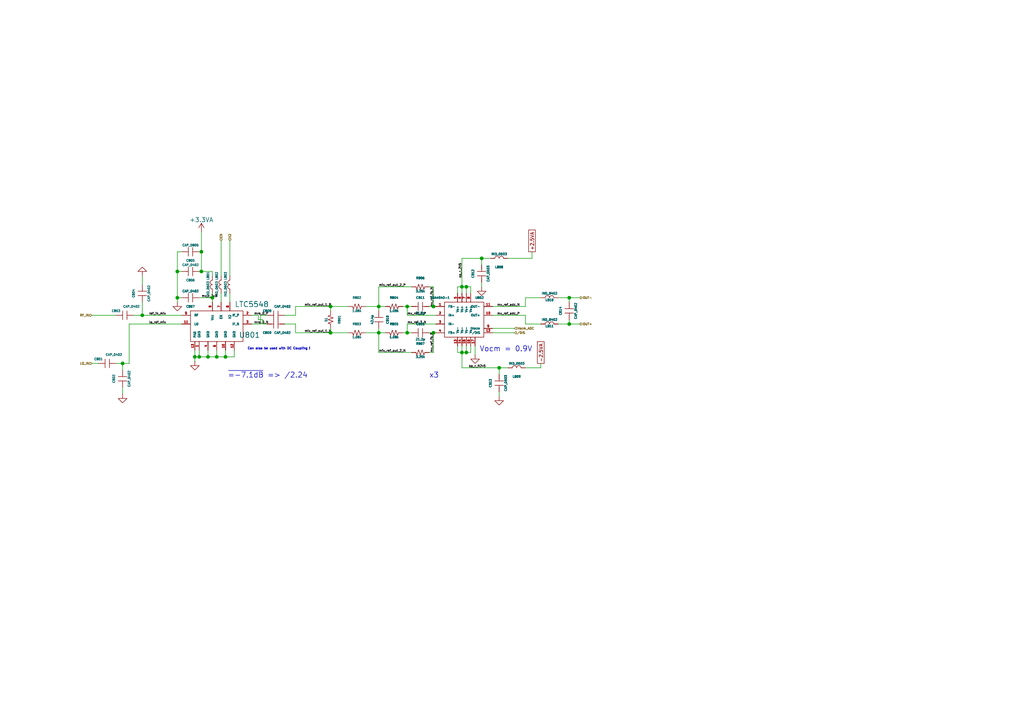
<source format=kicad_sch>
(kicad_sch (version 20211123) (generator eeschema)
  (paper "A4")
  (lib_symbols
    (symbol "adccore-rescue:+3.3VA" (power) (pin_names (offset 0))
      (property "Value" "+3.3VA" (at 0 3.556 0))
      (symbol "+3.3VA_0_1"
        (polyline (pts (xy -0.762 1.27) (xy 0 2.54)))
        (polyline (pts (xy 0 0) (xy 0 2.54)))
        (polyline (pts (xy 0 2.54) (xy 0.762 1.27)))
      )
      (symbol "+3.3VA_1_1"
        (pin power_in line (at 0 0 90) (length 0) hide (name "+3.3VA") (number "1"))
      )
    )
    (symbol "adccore-rescue:ADA4940-1" (pin_names (offset 1.016))
      (property "Reference" "U" (at 7.62 6.35 0))
      (property "Value" "ADA4940-1" (at -3.81 6.35 0))
      (symbol "ADA4940-1_0_1"
        (rectangle (start -2.54 5.08) (end 8.89 -5.08))
      )
      (symbol "ADA4940-1_1_1"
        (pin output line (at -5.08 3.81 0) (length 2.54) (name "FB-") (number "1"))
        (pin output line (at 11.43 1.27 180) (length 2.54) (name "OUT+") (number "10"))
        (pin output line (at 11.43 3.81 180) (length 2.54) (name "OUT-") (number "11"))
        (pin input line (at 11.43 -3.81 180) (length 2.54) (name "/DIS") (number "12"))
        (pin power_in line (at 1.27 -7.62 90) (length 2.54) (name "Vs-") (number "13"))
        (pin power_in line (at 2.54 -7.62 90) (length 2.54) (name "Vs-") (number "14"))
        (pin power_in line (at 3.81 -7.62 90) (length 2.54) (name "Vs-") (number "15"))
        (pin power_in line (at 5.08 -7.62 90) (length 2.54) (name "Vs-") (number "16"))
        (pin power_in line (at 6.35 -7.62 90) (length 2.54) (name "~") (number "17"))
        (pin input line (at -5.08 1.27 0) (length 2.54) (name "IN+") (number "2"))
        (pin input line (at -5.08 -1.27 0) (length 2.54) (name "IN-") (number "3"))
        (pin output line (at -5.08 -3.81 0) (length 2.54) (name "FB+") (number "4"))
        (pin power_in line (at 1.27 7.62 270) (length 2.54) (name "Vs+") (number "5"))
        (pin power_in line (at 2.54 7.62 270) (length 2.54) (name "Vs+") (number "6"))
        (pin power_in line (at 3.81 7.62 270) (length 2.54) (name "Vs+") (number "7"))
        (pin power_in line (at 5.08 7.62 270) (length 2.54) (name "Vs+") (number "8"))
        (pin input line (at 11.43 -2.54 180) (length 2.54) (name "Vocm") (number "9"))
      )
    )
    (symbol "adccore-rescue:CAP_0402" (pin_numbers hide) (pin_names (offset 0) hide)
      (property "Reference" "C" (at 0 -2.54 0))
      (property "Value" "CAP_0402" (at 0 1.905 0))
      (symbol "CAP_0402_0_1"
        (polyline (pts (xy -1.27 0) (xy -0.635 0)))
        (polyline (pts (xy -0.635 -1.27) (xy -0.635 1.27)))
        (polyline (pts (xy 0.635 -1.27) (xy 0.635 -0.635)))
        (polyline (pts (xy 0.635 0.635) (xy 0.635 -0.635)))
        (polyline (pts (xy 0.635 1.27) (xy 0.635 0.635)))
        (polyline (pts (xy 1.27 0) (xy 0.635 0)))
      )
      (symbol "CAP_0402_1_1"
        (pin passive line (at -2.54 0 0) (length 1.27) (name "~") (number "1"))
        (pin passive line (at 2.54 0 180) (length 1.27) (name "~") (number "2"))
      )
    )
    (symbol "adccore-rescue:CAP_0603" (pin_numbers hide) (pin_names (offset 0) hide)
      (property "Reference" "C" (at 0 -2.54 0))
      (property "Value" "CAP_0603" (at 0 1.905 0))
      (symbol "CAP_0603_0_1"
        (polyline (pts (xy -1.27 0) (xy -0.635 0)))
        (polyline (pts (xy -0.635 -1.27) (xy -0.635 1.27)))
        (polyline (pts (xy 0.635 -1.27) (xy 0.635 -0.635)))
        (polyline (pts (xy 0.635 0.635) (xy 0.635 -0.635)))
        (polyline (pts (xy 0.635 1.27) (xy 0.635 0.635)))
        (polyline (pts (xy 1.27 0) (xy 0.635 0)))
      )
      (symbol "CAP_0603_1_1"
        (pin passive line (at -2.54 0 0) (length 1.27) (name "~") (number "1"))
        (pin passive line (at 2.54 0 180) (length 1.27) (name "~") (number "2"))
      )
    )
    (symbol "adccore-rescue:CAP_0805" (pin_numbers hide) (pin_names (offset 0) hide)
      (property "Reference" "C" (at 0 -2.54 0))
      (property "Value" "CAP_0805" (at 0 1.905 0))
      (symbol "CAP_0805_0_1"
        (polyline (pts (xy -1.27 0) (xy -0.635 0)))
        (polyline (pts (xy -0.635 -1.27) (xy -0.635 1.27)))
        (polyline (pts (xy 0.635 -1.27) (xy 0.635 -0.635)))
        (polyline (pts (xy 0.635 0.635) (xy 0.635 -0.635)))
        (polyline (pts (xy 0.635 1.27) (xy 0.635 0.635)))
        (polyline (pts (xy 1.27 0) (xy 0.635 0)))
      )
      (symbol "CAP_0805_1_1"
        (pin passive line (at -2.54 0 0) (length 1.27) (name "~") (number "1"))
        (pin passive line (at 2.54 0 180) (length 1.27) (name "~") (number "2"))
      )
    )
    (symbol "adccore-rescue:GND" (power) (pin_names (offset 0))
      (property "Value" "GND" (at 0 -3.81 0))
      (symbol "GND_0_1"
        (polyline (pts (xy 0 0) (xy 0 -1.27) (xy 1.27 -1.27) (xy 0 -2.54) (xy -1.27 -1.27) (xy 0 -1.27)))
      )
      (symbol "GND_1_1"
        (pin power_in line (at 0 0 270) (length 0) hide (name "GND") (number "1"))
      )
    )
    (symbol "adccore-rescue:IND_0402" (pin_numbers hide) (pin_names (offset 0) hide)
      (property "Reference" "L" (at 0 -2.54 0))
      (property "Value" "IND_0402" (at 0 1.27 0))
      (symbol "IND_0402_0_1"
        (arc (start 0 0) (mid -0.635 0.635) (end -1.27 0))
        (arc (start 1.27 0) (mid 0.635 0.635) (end 0 0))
      )
      (symbol "IND_0402_1_1"
        (pin passive line (at -2.54 0 0) (length 1.27) (name "~") (number "1"))
        (pin passive line (at 2.54 0 180) (length 1.27) (name "~") (number "2"))
      )
    )
    (symbol "adccore-rescue:IND_0603" (pin_numbers hide) (pin_names (offset 0) hide)
      (property "Reference" "L" (at 0 -2.54 0))
      (property "Value" "IND_0603" (at 0 1.27 0))
      (symbol "IND_0603_0_1"
        (arc (start 0 0) (mid -0.635 0.635) (end -1.27 0))
        (arc (start 1.27 0) (mid 0.635 0.635) (end 0 0))
      )
      (symbol "IND_0603_1_1"
        (pin passive line (at -2.54 0 0) (length 1.27) (name "~") (number "1"))
        (pin passive line (at 2.54 0 180) (length 1.27) (name "~") (number "2"))
      )
    )
    (symbol "adccore-rescue:LTC5548" (pin_names (offset 1.016))
      (property "Reference" "U" (at 0 -16.51 0))
      (property "Value" "LTC5548" (at 0 -13.97 0))
      (symbol "LTC5548_0_1"
        (rectangle (start -7.62 1.27) (end 7.62 -7.62))
      )
      (symbol "LTC5548_1_1"
        (pin power_in line (at -5.08 -10.16 90) (length 2.54) (name "GND") (number "1"))
        (pin power_in line (at 2.54 -10.16 90) (length 2.54) (name "GND") (number "10"))
        (pin input line (at -10.16 -2.54 0) (length 2.54) (name "LO") (number "11"))
        (pin power_in line (at 5.08 -10.16 90) (length 2.54) (name "GND") (number "12"))
        (pin power_in line (at -6.35 -10.16 90) (length 2.54) (name "PAD") (number "13"))
        (pin bidirectional line (at 10.16 0 180) (length 2.54) (name "IF_P") (number "2"))
        (pin bidirectional line (at 10.16 -2.54 180) (length 2.54) (name "IF_N") (number "3"))
        (pin power_in line (at -2.54 -10.16 90) (length 2.54) (name "GND") (number "4"))
        (pin bidirectional line (at -10.16 0 0) (length 2.54) (name "RF") (number "5"))
        (pin power_in line (at 0 -10.16 90) (length 2.54) (name "GND") (number "6"))
        (pin input line (at 1.27 3.81 270) (length 2.54) (name "EN") (number "7"))
        (pin input line (at 3.81 3.81 270) (length 2.54) (name "X2") (number "8"))
        (pin power_in line (at -1.27 3.81 270) (length 2.54) (name "Vcc") (number "9"))
      )
    )
    (symbol "adccore-rescue:RES_0402" (pin_numbers hide) (pin_names (offset 0) hide)
      (property "Reference" "R" (at 0 -2.54 0))
      (property "Value" "RES_0402" (at 0 1.27 0))
      (symbol "RES_0402_0_1"
        (polyline (pts (xy -1.27 0) (xy -1.016 0.762) (xy -0.508 -0.762) (xy 0 0.762) (xy 0.508 -0.762) (xy 1.016 0.762) (xy 1.27 0)))
      )
      (symbol "RES_0402_1_1"
        (pin input line (at -2.54 0 0) (length 1.27) (name "1") (number "1"))
        (pin input line (at 2.54 0 180) (length 1.27) (name "2") (number "2"))
      )
    )
  )
  (junction (at 125.73 96.52))
  (junction (at 65.405 103.505))
  (junction (at 35.56 105.41))
  (junction (at 109.855 88.9))
  (junction (at 165.1 86.36))
  (junction (at 95.885 96.52))
  (junction (at 56.515 103.505))
  (junction (at 125.73 88.9))
  (junction (at 61.595 86.36))
  (junction (at 118.11 96.52))
  (junction (at 95.885 88.9))
  (junction (at 133.985 83.185))
  (junction (at 51.435 86.36))
  (junction (at 60.325 103.505))
  (junction (at 133.985 102.235))
  (junction (at 135.255 102.235))
  (junction (at 58.42 78.74))
  (junction (at 57.785 103.505))
  (junction (at 139.7 74.93))
  (junction (at 165.1 93.98))
  (junction (at 62.865 103.505))
  (junction (at 109.855 96.52))
  (junction (at 144.78 106.68))
  (junction (at 58.42 73.025))
  (junction (at 135.255 83.185))
  (junction (at 41.275 91.44))
  (junction (at 118.11 88.9))
  (junction (at 51.435 78.74))
  (wire (pts (xy 132.715 102.235) (xy 133.985 102.235)))
  (wire (pts (xy 154.305 74.93) (xy 154.305 73.025)))
  (wire (pts (xy 118.11 91.44) (xy 118.11 88.9)))
  (wire (pts (xy 85.725 88.9) (xy 95.885 88.9)))
  (wire (pts (xy 95.885 96.52) (xy 100.965 96.52)))
  (wire (pts (xy 152.4 88.9) (xy 152.4 86.36)))
  (wire (pts (xy 125.73 102.235) (xy 124.46 102.235)))
  (wire (pts (xy 57.785 73.025) (xy 58.42 73.025)))
  (wire (pts (xy 109.855 96.52) (xy 111.76 96.52)))
  (wire (pts (xy 139.7 74.93) (xy 142.24 74.93)))
  (wire (pts (xy 132.715 85.09) (xy 132.715 83.185)))
  (wire (pts (xy 133.985 83.185) (xy 135.255 83.185)))
  (wire (pts (xy 126.365 96.52) (xy 125.73 96.52)))
  (wire (pts (xy 76.2 93.98) (xy 76.2 92.71)))
  (wire (pts (xy 57.785 101.6) (xy 57.785 103.505)))
  (wire (pts (xy 82.55 93.98) (xy 85.725 93.98)))
  (wire (pts (xy 58.42 78.74) (xy 61.595 78.74)))
  (wire (pts (xy 61.595 85.09) (xy 61.595 86.36)))
  (wire (pts (xy 62.865 103.505) (xy 65.405 103.505)))
  (wire (pts (xy 109.855 88.9) (xy 109.855 90.17)))
  (wire (pts (xy 109.855 95.25) (xy 109.855 96.52)))
  (wire (pts (xy 58.42 73.025) (xy 58.42 78.74)))
  (wire (pts (xy 118.11 96.52) (xy 116.84 96.52)))
  (wire (pts (xy 75.565 91.44) (xy 77.47 91.44)))
  (wire (pts (xy 37.465 105.41) (xy 35.56 105.41)))
  (wire (pts (xy 65.405 103.505) (xy 65.405 101.6)))
  (wire (pts (xy 109.855 96.52) (xy 109.855 102.235)))
  (wire (pts (xy 57.785 78.74) (xy 58.42 78.74)))
  (wire (pts (xy 161.925 86.36) (xy 165.1 86.36)))
  (wire (pts (xy 144.78 106.68) (xy 147.32 106.68)))
  (wire (pts (xy 132.715 83.185) (xy 133.985 83.185)))
  (wire (pts (xy 139.7 81.915) (xy 139.7 83.185)))
  (wire (pts (xy 56.515 103.505) (xy 57.785 103.505)))
  (wire (pts (xy 61.595 86.36) (xy 61.595 87.63)))
  (wire (pts (xy 76.2 92.71) (xy 74.93 92.71)))
  (wire (pts (xy 109.855 102.235) (xy 119.38 102.235)))
  (wire (pts (xy 41.275 87.63) (xy 41.275 91.44)))
  (wire (pts (xy 60.325 103.505) (xy 62.865 103.505)))
  (wire (pts (xy 126.365 93.98) (xy 118.11 93.98)))
  (wire (pts (xy 152.4 86.36) (xy 156.845 86.36)))
  (wire (pts (xy 35.56 107.315) (xy 35.56 105.41)))
  (wire (pts (xy 95.885 88.9) (xy 100.965 88.9)))
  (wire (pts (xy 135.255 83.185) (xy 136.525 83.185)))
  (wire (pts (xy 133.985 74.93) (xy 139.7 74.93)))
  (wire (pts (xy 144.78 108.585) (xy 144.78 106.68)))
  (wire (pts (xy 66.675 85.09) (xy 66.675 87.63)))
  (wire (pts (xy 64.135 85.09) (xy 64.135 87.63)))
  (wire (pts (xy 133.985 100.33) (xy 133.985 102.235)))
  (wire (pts (xy 109.855 83.185) (xy 109.855 88.9)))
  (wire (pts (xy 77.47 93.98) (xy 76.2 93.98)))
  (wire (pts (xy 41.275 91.44) (xy 52.705 91.44)))
  (wire (pts (xy 165.1 93.98) (xy 165.1 92.71)))
  (wire (pts (xy 35.56 105.41) (xy 33.655 105.41)))
  (wire (pts (xy 142.875 88.9) (xy 152.4 88.9)))
  (wire (pts (xy 67.945 103.505) (xy 67.945 101.6)))
  (wire (pts (xy 41.275 80.01) (xy 41.275 82.55)))
  (wire (pts (xy 152.4 93.98) (xy 156.845 93.98)))
  (wire (pts (xy 125.73 96.52) (xy 125.73 102.235)))
  (wire (pts (xy 75.565 93.98) (xy 75.565 91.44)))
  (wire (pts (xy 142.875 95.25) (xy 149.225 95.25)))
  (wire (pts (xy 95.885 90.17) (xy 95.885 88.9)))
  (wire (pts (xy 133.985 106.68) (xy 144.78 106.68)))
  (wire (pts (xy 58.42 67.31) (xy 58.42 73.025)))
  (wire (pts (xy 136.525 83.185) (xy 136.525 85.09)))
  (wire (pts (xy 37.465 93.98) (xy 37.465 105.41)))
  (wire (pts (xy 38.735 91.44) (xy 41.275 91.44)))
  (wire (pts (xy 165.1 93.98) (xy 168.275 93.98)))
  (wire (pts (xy 165.1 86.36) (xy 165.1 87.63)))
  (wire (pts (xy 156.845 105.41) (xy 156.845 106.68)))
  (wire (pts (xy 51.435 78.74) (xy 51.435 86.36)))
  (wire (pts (xy 85.725 96.52) (xy 95.885 96.52)))
  (wire (pts (xy 147.32 74.93) (xy 154.305 74.93)))
  (wire (pts (xy 118.11 88.9) (xy 119.38 88.9)))
  (wire (pts (xy 52.705 86.36) (xy 51.435 86.36)))
  (wire (pts (xy 65.405 103.505) (xy 67.945 103.505)))
  (wire (pts (xy 125.73 96.52) (xy 124.46 96.52)))
  (wire (pts (xy 95.885 95.25) (xy 95.885 96.52)))
  (wire (pts (xy 26.67 105.41) (xy 28.575 105.41)))
  (wire (pts (xy 106.045 96.52) (xy 109.855 96.52)))
  (wire (pts (xy 139.7 76.835) (xy 139.7 74.93)))
  (wire (pts (xy 73.025 93.98) (xy 75.565 93.98)))
  (wire (pts (xy 64.135 69.85) (xy 64.135 80.01)))
  (wire (pts (xy 62.865 103.505) (xy 62.865 101.6)))
  (wire (pts (xy 125.73 88.9) (xy 125.73 83.185)))
  (wire (pts (xy 119.38 96.52) (xy 118.11 96.52)))
  (wire (pts (xy 142.875 96.52) (xy 149.225 96.52)))
  (wire (pts (xy 132.715 100.33) (xy 132.715 102.235)))
  (wire (pts (xy 61.595 78.74) (xy 61.595 80.01)))
  (wire (pts (xy 106.045 88.9) (xy 109.855 88.9)))
  (wire (pts (xy 137.795 102.87) (xy 137.795 100.33)))
  (wire (pts (xy 52.705 73.025) (xy 51.435 73.025)))
  (wire (pts (xy 124.46 88.9) (xy 125.73 88.9)))
  (wire (pts (xy 57.785 103.505) (xy 60.325 103.505)))
  (wire (pts (xy 82.55 91.44) (xy 85.725 91.44)))
  (wire (pts (xy 51.435 86.36) (xy 51.435 87.63)))
  (wire (pts (xy 74.93 92.71) (xy 74.93 91.44)))
  (wire (pts (xy 119.38 83.185) (xy 109.855 83.185)))
  (wire (pts (xy 60.325 103.505) (xy 60.325 101.6)))
  (wire (pts (xy 165.1 86.36) (xy 168.275 86.36)))
  (wire (pts (xy 52.705 78.74) (xy 51.435 78.74)))
  (wire (pts (xy 118.11 93.98) (xy 118.11 96.52)))
  (wire (pts (xy 125.73 88.9) (xy 126.365 88.9)))
  (wire (pts (xy 35.56 112.395) (xy 35.56 114.3)))
  (wire (pts (xy 125.73 83.185) (xy 124.46 83.185)))
  (wire (pts (xy 133.985 102.235) (xy 133.985 106.68)))
  (wire (pts (xy 133.985 83.185) (xy 133.985 85.09)))
  (wire (pts (xy 152.4 91.44) (xy 152.4 93.98)))
  (wire (pts (xy 85.725 93.98) (xy 85.725 96.52)))
  (wire (pts (xy 56.515 103.505) (xy 56.515 104.775)))
  (wire (pts (xy 133.985 102.235) (xy 135.255 102.235)))
  (wire (pts (xy 85.725 91.44) (xy 85.725 88.9)))
  (wire (pts (xy 126.365 91.44) (xy 118.11 91.44)))
  (wire (pts (xy 74.93 91.44) (xy 73.025 91.44)))
  (wire (pts (xy 135.255 102.235) (xy 136.525 102.235)))
  (wire (pts (xy 135.255 102.235) (xy 135.255 100.33)))
  (wire (pts (xy 156.845 106.68) (xy 152.4 106.68)))
  (wire (pts (xy 135.255 83.185) (xy 135.255 85.09)))
  (wire (pts (xy 37.465 93.98) (xy 52.705 93.98)))
  (wire (pts (xy 57.785 86.36) (xy 61.595 86.36)))
  (wire (pts (xy 144.78 113.665) (xy 144.78 114.935)))
  (wire (pts (xy 51.435 73.025) (xy 51.435 78.74)))
  (wire (pts (xy 136.525 102.235) (xy 136.525 100.33)))
  (wire (pts (xy 56.515 101.6) (xy 56.515 103.505)))
  (wire (pts (xy 66.675 69.85) (xy 66.675 80.01)))
  (wire (pts (xy 142.875 91.44) (xy 152.4 91.44)))
  (wire (pts (xy 109.855 88.9) (xy 111.76 88.9)))
  (wire (pts (xy 26.67 91.44) (xy 33.655 91.44)))
  (wire (pts (xy 161.925 93.98) (xy 165.1 93.98)))
  (wire (pts (xy 133.985 74.93) (xy 133.985 83.185)))
  (wire (pts (xy 116.84 88.9) (xy 118.11 88.9)))
  (text "Vocm = 0.9V" (at 139.065 102.235 0) (effects (font (size 1.524 1.524)) (justify left bottom)))
  (text "Can also be used with DC Coupling !" (at 71.755 101.6 0) (effects (font (size 0.635 0.635)) (justify left bottom)))
  (text "x3" (at 124.46 109.855 0) (effects (font (size 1.524 1.524)) (justify left bottom)))
  (text "~{=-7.1dB} => /2.24" (at 66.04 109.855 0) (effects (font (size 1.524 1.524)) (justify left bottom)))
  (label "op_r_2V5" (at 133.985 80.645 90) (effects (font (size 0.635 0.635))))
  (label "mx_ref_adc_N" (at 144.145 88.9 0) (effects (font (size 0.635 0.635))))
  (label "mro_0_P" (at 73.66 91.44 0) (effects (font (size 0.635 0.635))))
  (label "mx_ref_3_P" (at 118.11 91.44 0) (effects (font (size 0.635 0.635))))
  (label "mix_ref_out_2_P" (at 109.855 83.185 0) (effects (font (size 0.635 0.635))))
  (label "ref_in_mix" (at 43.18 91.44 0) (effects (font (size 0.635 0.635))))
  (label "mx_ref_fb_N" (at 125.73 83.185 270) (effects (font (size 0.635 0.635))))
  (label "mix_ref_out_2_N" (at 109.855 102.235 0) (effects (font (size 0.635 0.635))))
  (label "mx_ref_3_N" (at 118.11 93.98 0) (effects (font (size 0.635 0.635))))
  (label "mro_0_N" (at 73.66 93.98 0) (effects (font (size 0.635 0.635))))
  (label "op_r_N2v5" (at 135.89 106.68 0) (effects (font (size 0.635 0.635))))
  (label "mix_ref_out_1_P" (at 88.265 88.9 0) (effects (font (size 0.635 0.635))))
  (label "mx_r_3v3" (at 58.42 86.36 0) (effects (font (size 0.635 0.635))))
  (label "mx_ref_fb_P" (at 125.73 102.235 90) (effects (font (size 0.635 0.635))))
  (label "mix_ref_out_1_N" (at 88.265 96.52 0) (effects (font (size 0.635 0.635))))
  (label "mx_ref_adc_P" (at 144.145 91.44 0) (effects (font (size 0.635 0.635))))
  (label "lo_ref_mix" (at 43.18 93.98 0) (effects (font (size 0.635 0.635))))
  (global_label "-2.5VA" (shape passive) (at 156.845 105.41 90) (effects (font (size 0.9906 0.9906))) (property "Références Inter-Feuilles" "${INTERSHEET_REFS}" (effects hide)))
  (global_label "+2.5VA" (shape passive) (at 154.305 73.025 90) (effects (font (size 0.9906 0.9906))) (property "Références Inter-Feuilles" "${INTERSHEET_REFS}" (effects hide)))
  (hierarchical_label "X2" (shape input) (at 66.675 69.85 90) (effects (font (size 0.635 0.635))))
  (hierarchical_label "EN" (shape input) (at 64.135 69.85 90) (effects (font (size 0.635 0.635))))
  (hierarchical_label "Vocm_ADC" (shape input) (at 149.225 95.25 0) (effects (font (size 0.635 0.635))))
  (hierarchical_label "LO_IN" (shape input) (at 26.67 105.41 180) (effects (font (size 0.635 0.635))))
  (hierarchical_label "/DIS" (shape input) (at 149.225 96.52 0) (effects (font (size 0.635 0.635))))
  (hierarchical_label "RF_IN" (shape input) (at 26.67 91.44 180) (effects (font (size 0.635 0.635))))
  (hierarchical_label "OUT+" (shape output) (at 168.275 93.98 0) (effects (font (size 0.635 0.635))))
  (hierarchical_label "OUT-" (shape output) (at 168.275 86.36 0) (effects (font (size 0.635 0.635))))
  (symbol (lib_id "adccore-rescue:CAP_0402") (at 80.01 91.44 0) (unit 1)
    (property "Reference" "C808" (at 77.47 90.17 0) (effects (font (size 0.635 0.635))))
    (property "Value" "CAP_0402" (at 81.915 88.9 0) (effects (font (size 0.635 0.635))))
    (property "Footprint" "SM0402" (effects hide))
  )
  (symbol (lib_id "adccore-rescue:CAP_0402") (at 80.01 93.98 0) (unit 1)
    (property "Reference" "C809" (at 77.47 96.52 0) (effects (font (size 0.635 0.635))))
    (property "Value" "CAP_0402" (at 81.915 96.52 0) (effects (font (size 0.635 0.635))))
    (property "Footprint" "SM0402" (effects hide))
  )
  (symbol (lib_id "adccore-rescue:CAP_0402") (at 36.195 91.44 0) (unit 1)
    (property "Reference" "C803" (at 33.655 90.17 0) (effects (font (size 0.635 0.635))))
    (property "Value" "CAP_0402" (at 38.1 88.9 0) (effects (font (size 0.635 0.635))))
    (property "Footprint" "SM0402" (effects hide))
  )
  (symbol (lib_id "adccore-rescue:IND_0603") (at 61.595 82.55 90) (unit 1)
    (property "Reference" "L801" (at 60.325 80.01 0) (effects (font (size 0.635 0.635))))
    (property "Value" "IND_0603" (at 60.325 83.82 0) (effects (font (size 0.635 0.635))))
    (property "Footprint" "SM0603" (effects hide))
  )
  (symbol (lib_id "adccore-rescue:IND_0603") (at 66.675 82.55 90) (unit 1)
    (property "Reference" "L803" (at 65.405 80.01 0) (effects (font (size 0.635 0.635))))
    (property "Value" "IND_0603" (at 65.405 83.82 0) (effects (font (size 0.635 0.635))))
    (property "Footprint" "SM0603" (effects hide))
  )
  (symbol (lib_id "adccore-rescue:CAP_0402") (at 35.56 109.855 270) (unit 1)
    (property "Reference" "C802" (at 33.02 109.855 0) (effects (font (size 0.635 0.635))))
    (property "Value" "CAP_0402" (at 37.465 109.855 0) (effects (font (size 0.635 0.635))))
    (property "Footprint" "SM0402" (effects hide))
  )
  (symbol (lib_id "adccore-rescue:ADA4940-1") (at 131.445 92.71 0) (unit 1)
    (property "Reference" "U802" (at 139.065 86.36 0) (effects (font (size 0.635 0.635))))
    (property "Value" "ADA4940-1" (at 127.635 86.36 0) (effects (font (size 0.635 0.635))))
    (property "Footprint" "QFN:QFN16_3x3mm" (effects hide))
  )
  (symbol (lib_id "adccore-rescue:IND_0402") (at 159.385 86.36 0) (unit 1)
    (property "Reference" "L810" (at 159.385 86.995 0) (effects (font (size 0.635 0.635))))
    (property "Value" "IND_0402" (at 159.385 85.09 0) (effects (font (size 0.635 0.635))))
    (property "Footprint" "SM0402" (effects hide))
  )
  (symbol (lib_id "adccore-rescue:IND_0402") (at 159.385 93.98 0) (unit 1)
    (property "Reference" "L811" (at 159.385 94.615 0) (effects (font (size 0.635 0.635))))
    (property "Value" "IND_0402" (at 159.385 92.71 0) (effects (font (size 0.635 0.635))))
    (property "Footprint" "SM0402" (effects hide))
  )
  (symbol (lib_id "adccore-rescue:GND") (at 139.7 83.185 0) (unit 1)
    (property "Reference" "#PWR0216" (effects hide))
    (property "Value" "GND" (effects hide))
  )
  (symbol (lib_id "adccore-rescue:CAP_0603") (at 144.78 111.125 270) (unit 1)
    (property "Reference" "C813" (at 142.24 111.125 0) (effects (font (size 0.635 0.635))))
    (property "Value" "CAP_0603" (at 146.685 111.125 0) (effects (font (size 0.635 0.635))))
    (property "Footprint" "SM0603" (effects hide))
  )
  (symbol (lib_id "adccore-rescue:GND") (at 144.78 114.935 0) (unit 1)
    (property "Reference" "#PWR0217" (effects hide))
    (property "Value" "GND" (effects hide))
  )
  (symbol (lib_id "adccore-rescue:+3.3VA") (at 58.42 67.31 0) (unit 1)
    (property "Reference" "#PWR0218" (effects hide))
    (property "Value" "+3.3VA" (at 58.42 63.754 0))
  )
  (symbol (lib_id "adccore-rescue:LTC5548") (at 62.865 91.44 0) (unit 1)
    (property "Reference" "U801" (at 72.39 97.155 0) (effects (font (size 1.524 1.524))))
    (property "Value" "LTC5548" (at 73.025 88.265 0) (effects (font (size 1.524 1.524))))
    (property "Footprint" "QFN:QFN12_2x3mm_UDB_LT" (effects hide))
  )
  (symbol (lib_id "adccore-rescue:GND") (at 56.515 104.775 0) (unit 1)
    (property "Reference" "#PWR0212" (effects hide))
    (property "Value" "GND" (effects hide))
  )
  (symbol (lib_id "adccore-rescue:CAP_0402") (at 31.115 105.41 0) (unit 1)
    (property "Reference" "C801" (at 28.575 104.14 0) (effects (font (size 0.635 0.635))))
    (property "Value" "CAP_0402" (at 33.02 102.87 0) (effects (font (size 0.635 0.635))))
    (property "Footprint" "SM0402" (effects hide))
  )
  (symbol (lib_id "adccore-rescue:IND_0603") (at 64.135 82.55 90) (unit 1)
    (property "Reference" "L802" (at 62.865 80.01 0) (effects (font (size 0.635 0.635))))
    (property "Value" "IND_0603" (at 62.865 83.82 0) (effects (font (size 0.635 0.635))))
    (property "Footprint" "SM0603" (effects hide))
  )
  (symbol (lib_id "adccore-rescue:CAP_0402") (at 55.245 78.74 0) (unit 1)
    (property "Reference" "C806" (at 55.245 81.28 0) (effects (font (size 0.635 0.635))))
    (property "Value" "CAP_0402" (at 55.245 76.835 0) (effects (font (size 0.635 0.635))))
    (property "Footprint" "SM0402" (effects hide))
  )
  (symbol (lib_id "adccore-rescue:CAP_0402") (at 55.245 86.36 0) (unit 1)
    (property "Reference" "C807" (at 55.245 88.9 0) (effects (font (size 0.635 0.635))))
    (property "Value" "CAP_0402" (at 55.245 84.455 0) (effects (font (size 0.635 0.635))))
    (property "Footprint" "SM0402" (effects hide))
  )
  (symbol (lib_id "adccore-rescue:GND") (at 51.435 87.63 0) (unit 1)
    (property "Reference" "#PWR0213" (effects hide))
    (property "Value" "GND" (effects hide))
  )
  (symbol (lib_id "adccore-rescue:CAP_0805") (at 55.245 73.025 0) (unit 1)
    (property "Reference" "C805" (at 55.245 75.565 0) (effects (font (size 0.635 0.635))))
    (property "Value" "CAP_0805" (at 55.245 71.12 0) (effects (font (size 0.635 0.635))))
    (property "Footprint" "SM0805" (effects hide))
  )
  (symbol (lib_id "adccore-rescue:GND") (at 35.56 114.3 0) (unit 1)
    (property "Reference" "#PWR0214" (effects hide))
    (property "Value" "GND" (effects hide))
  )
  (symbol (lib_id "adccore-rescue:CAP_0402") (at 41.275 85.09 270) (unit 1)
    (property "Reference" "C804" (at 38.735 85.09 0) (effects (font (size 0.635 0.635))))
    (property "Value" "CAP_0402" (at 43.18 85.09 0) (effects (font (size 0.635 0.635))))
    (property "Footprint" "SM0402" (effects hide))
  )
  (symbol (lib_id "adccore-rescue:GND") (at 41.275 80.01 180) (unit 1)
    (property "Reference" "#PWR0215" (effects hide))
    (property "Value" "GND" (effects hide))
  )
  (symbol (lib_id "adccore-rescue:CAP_0402") (at 165.1 90.17 270) (unit 1)
    (property "Reference" "C814" (at 162.56 90.17 0) (effects (font (size 0.635 0.635))))
    (property "Value" "CAP_0402" (at 167.005 90.17 0) (effects (font (size 0.635 0.635))))
    (property "Footprint" "SM0402" (effects hide))
  )
  (symbol (lib_id "adccore-rescue:IND_0603") (at 144.78 74.93 0) (unit 1)
    (property "Reference" "L808" (at 144.78 77.47 0) (effects (font (size 0.635 0.635))))
    (property "Value" "IND_0603" (at 144.78 73.66 0) (effects (font (size 0.635 0.635))))
    (property "Footprint" "SM0603" (effects hide))
  )
  (symbol (lib_id "adccore-rescue:CAP_0603") (at 139.7 79.375 270) (unit 1)
    (property "Reference" "C812" (at 137.16 79.375 0) (effects (font (size 0.635 0.635))))
    (property "Value" "CAP_0603" (at 141.605 79.375 0) (effects (font (size 0.635 0.635))))
    (property "Footprint" "SM0603" (effects hide))
  )
  (symbol (lib_id "adccore-rescue:IND_0603") (at 149.86 106.68 0) (unit 1)
    (property "Reference" "L809" (at 149.86 109.22 0) (effects (font (size 0.635 0.635))))
    (property "Value" "IND_0603" (at 149.86 105.41 0) (effects (font (size 0.635 0.635))))
    (property "Footprint" "SM0603" (effects hide))
  )
  (symbol (lib_id "adccore-rescue:RES_0402") (at 114.3 88.9 180) (unit 1)
    (property "Reference" "R804" (at 114.3 86.36 0) (effects (font (size 0.635 0.635))))
    (property "Value" "1.08k" (at 114.3 90.17 0) (effects (font (size 0.635 0.635))))
    (property "Footprint" "SM0402" (effects hide))
  )
  (symbol (lib_id "adccore-rescue:RES_0402") (at 114.3 96.52 180) (unit 1)
    (property "Reference" "R805" (at 114.3 93.98 0) (effects (font (size 0.635 0.635))))
    (property "Value" "1.08k" (at 114.3 97.79 0) (effects (font (size 0.635 0.635))))
    (property "Footprint" "SM0402" (effects hide))
  )
  (symbol (lib_id "adccore-rescue:RES_0402") (at 121.92 83.185 180) (unit 1)
    (property "Reference" "R806" (at 121.92 80.645 0) (effects (font (size 0.635 0.635))))
    (property "Value" "3.25k" (at 121.92 84.455 0) (effects (font (size 0.635 0.635))))
    (property "Footprint" "SM0402" (effects hide))
  )
  (symbol (lib_id "adccore-rescue:RES_0402") (at 121.92 102.235 180) (unit 1)
    (property "Reference" "R807" (at 121.92 99.695 0) (effects (font (size 0.635 0.635))))
    (property "Value" "3.25k" (at 121.92 103.505 0) (effects (font (size 0.635 0.635))))
    (property "Footprint" "SM0402" (effects hide))
  )
  (symbol (lib_id "adccore-rescue:CAP_0402") (at 121.92 88.9 180) (unit 1)
    (property "Reference" "C811" (at 121.92 86.36 0) (effects (font (size 0.635 0.635))))
    (property "Value" "21.2p" (at 121.92 90.805 0) (effects (font (size 0.635 0.635))))
    (property "Footprint" "SM0402" (effects hide))
  )
  (symbol (lib_id "adccore-rescue:CAP_0402") (at 121.92 96.52 180) (unit 1)
    (property "Reference" "C815" (at 121.92 93.98 0) (effects (font (size 0.635 0.635))))
    (property "Value" "21.2p" (at 121.92 98.425 0) (effects (font (size 0.635 0.635))))
    (property "Footprint" "SM0402" (effects hide))
  )
  (symbol (lib_id "adccore-rescue:CAP_0402") (at 109.855 92.71 90) (unit 1)
    (property "Reference" "C810" (at 112.395 92.71 0) (effects (font (size 0.635 0.635))))
    (property "Value" "42.4p" (at 107.95 92.71 0) (effects (font (size 0.635 0.635))))
    (property "Footprint" "SM0402" (effects hide))
  )
  (symbol (lib_id "adccore-rescue:RES_0402") (at 103.505 88.9 180) (unit 1)
    (property "Reference" "R802" (at 103.505 86.36 0) (effects (font (size 0.635 0.635))))
    (property "Value" "1.08k" (at 103.505 90.17 0) (effects (font (size 0.635 0.635))))
    (property "Footprint" "SM0402" (effects hide))
  )
  (symbol (lib_id "adccore-rescue:RES_0402") (at 103.505 96.52 180) (unit 1)
    (property "Reference" "R803" (at 103.505 93.98 0) (effects (font (size 0.635 0.635))))
    (property "Value" "1.08k" (at 103.505 97.79 0) (effects (font (size 0.635 0.635))))
    (property "Footprint" "SM0402" (effects hide))
  )
  (symbol (lib_id "adccore-rescue:RES_0402") (at 95.885 92.71 90) (unit 1)
    (property "Reference" "R801" (at 98.425 92.71 0) (effects (font (size 0.635 0.635))))
    (property "Value" "51" (at 94.615 92.71 0) (effects (font (size 0.635 0.635))))
    (property "Footprint" "SM0402" (effects hide))
  )
  (symbol (lib_id "adccore-rescue:GND") (at 137.795 102.87 0) (unit 1)
    (property "Reference" "#PWR0219" (effects hide))
    (property "Value" "GND" (effects hide))
  )
)
</source>
